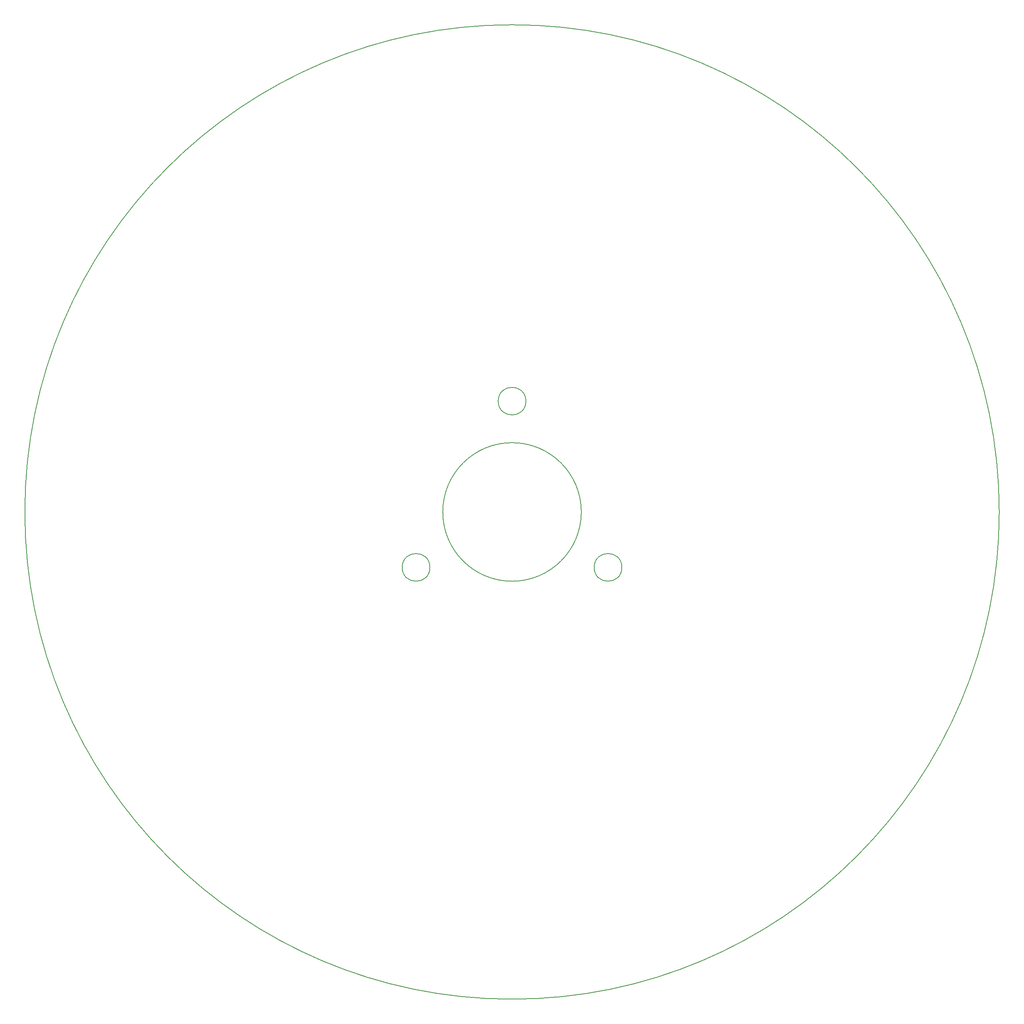
<source format=gbr>
%TF.GenerationSoftware,KiCad,Pcbnew,9.0.2*%
%TF.CreationDate,2025-09-28T22:13:22+01:00*%
%TF.ProjectId,XY_pogo-ring,58595f70-6f67-46f2-9d72-696e672e6b69,rev?*%
%TF.SameCoordinates,Original*%
%TF.FileFunction,Profile,NP*%
%FSLAX46Y46*%
G04 Gerber Fmt 4.6, Leading zero omitted, Abs format (unit mm)*
G04 Created by KiCad (PCBNEW 9.0.2) date 2025-09-28 22:13:22*
%MOMM*%
%LPD*%
G01*
G04 APERTURE LIST*
%TA.AperFunction,Profile*%
%ADD10C,0.200000*%
%TD*%
G04 APERTURE END LIST*
D10*
X15000000Y0D02*
G75*
G02*
X-15000000Y0I-15000000J0D01*
G01*
X-15000000Y0D02*
G75*
G02*
X15000000Y0I15000000J0D01*
G01*
X23784610Y-12000000D02*
G75*
G02*
X17784610Y-12000000I-3000000J0D01*
G01*
X17784610Y-12000000D02*
G75*
G02*
X23784610Y-12000000I3000000J0D01*
G01*
X-17784610Y-12000000D02*
G75*
G02*
X-23784610Y-12000000I-3000000J0D01*
G01*
X-23784610Y-12000000D02*
G75*
G02*
X-17784610Y-12000000I3000000J0D01*
G01*
X105500000Y0D02*
G75*
G02*
X-105500000Y0I-105500000J0D01*
G01*
X-105500000Y0D02*
G75*
G02*
X105500000Y0I105500000J0D01*
G01*
X3000000Y24000000D02*
G75*
G02*
X-3000000Y24000000I-3000000J0D01*
G01*
X-3000000Y24000000D02*
G75*
G02*
X3000000Y24000000I3000000J0D01*
G01*
M02*

</source>
